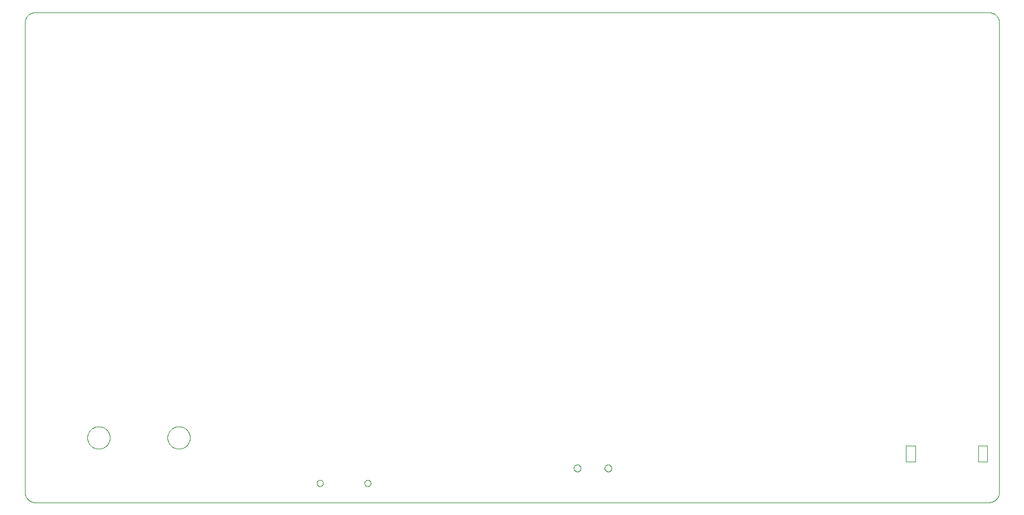
<source format=gko>
G75*
%MOIN*%
%OFA0B0*%
%FSLAX25Y25*%
%IPPOS*%
%LPD*%
%AMOC8*
5,1,8,0,0,1.08239X$1,22.5*
%
%ADD10C,0.00394*%
%ADD11C,0.00000*%
D10*
X0034258Y0154799D02*
X0569691Y0154799D01*
X0569843Y0154801D01*
X0569995Y0154807D01*
X0570147Y0154817D01*
X0570298Y0154830D01*
X0570449Y0154848D01*
X0570600Y0154869D01*
X0570750Y0154895D01*
X0570899Y0154924D01*
X0571048Y0154957D01*
X0571195Y0154994D01*
X0571342Y0155034D01*
X0571487Y0155079D01*
X0571631Y0155127D01*
X0571774Y0155179D01*
X0571916Y0155234D01*
X0572056Y0155293D01*
X0572195Y0155356D01*
X0572332Y0155422D01*
X0572467Y0155492D01*
X0572600Y0155565D01*
X0572731Y0155642D01*
X0572861Y0155722D01*
X0572988Y0155805D01*
X0573113Y0155891D01*
X0573236Y0155981D01*
X0573356Y0156074D01*
X0573474Y0156170D01*
X0573590Y0156269D01*
X0573703Y0156371D01*
X0573813Y0156475D01*
X0573921Y0156583D01*
X0574025Y0156693D01*
X0574127Y0156806D01*
X0574226Y0156922D01*
X0574322Y0157040D01*
X0574415Y0157160D01*
X0574505Y0157283D01*
X0574591Y0157408D01*
X0574674Y0157535D01*
X0574754Y0157665D01*
X0574831Y0157796D01*
X0574904Y0157929D01*
X0574974Y0158064D01*
X0575040Y0158201D01*
X0575103Y0158340D01*
X0575162Y0158480D01*
X0575217Y0158622D01*
X0575269Y0158765D01*
X0575317Y0158909D01*
X0575362Y0159054D01*
X0575402Y0159201D01*
X0575439Y0159348D01*
X0575472Y0159497D01*
X0575501Y0159646D01*
X0575527Y0159796D01*
X0575548Y0159947D01*
X0575566Y0160098D01*
X0575579Y0160249D01*
X0575589Y0160401D01*
X0575595Y0160553D01*
X0575597Y0160705D01*
X0575597Y0424484D01*
X0575595Y0424636D01*
X0575589Y0424788D01*
X0575579Y0424940D01*
X0575566Y0425091D01*
X0575548Y0425242D01*
X0575527Y0425393D01*
X0575501Y0425543D01*
X0575472Y0425692D01*
X0575439Y0425841D01*
X0575402Y0425988D01*
X0575362Y0426135D01*
X0575317Y0426280D01*
X0575269Y0426424D01*
X0575217Y0426567D01*
X0575162Y0426709D01*
X0575103Y0426849D01*
X0575040Y0426988D01*
X0574974Y0427125D01*
X0574904Y0427260D01*
X0574831Y0427393D01*
X0574754Y0427524D01*
X0574674Y0427654D01*
X0574591Y0427781D01*
X0574505Y0427906D01*
X0574415Y0428029D01*
X0574322Y0428149D01*
X0574226Y0428267D01*
X0574127Y0428383D01*
X0574025Y0428496D01*
X0573921Y0428606D01*
X0573813Y0428714D01*
X0573703Y0428818D01*
X0573590Y0428920D01*
X0573474Y0429019D01*
X0573356Y0429115D01*
X0573236Y0429208D01*
X0573113Y0429298D01*
X0572988Y0429384D01*
X0572861Y0429467D01*
X0572731Y0429547D01*
X0572600Y0429624D01*
X0572467Y0429697D01*
X0572332Y0429767D01*
X0572195Y0429833D01*
X0572056Y0429896D01*
X0571916Y0429955D01*
X0571774Y0430010D01*
X0571631Y0430062D01*
X0571487Y0430110D01*
X0571342Y0430155D01*
X0571195Y0430195D01*
X0571048Y0430232D01*
X0570899Y0430265D01*
X0570750Y0430294D01*
X0570600Y0430320D01*
X0570449Y0430341D01*
X0570298Y0430359D01*
X0570147Y0430372D01*
X0569995Y0430382D01*
X0569843Y0430388D01*
X0569691Y0430390D01*
X0034258Y0430390D01*
X0034106Y0430388D01*
X0033954Y0430382D01*
X0033802Y0430372D01*
X0033651Y0430359D01*
X0033500Y0430341D01*
X0033349Y0430320D01*
X0033199Y0430294D01*
X0033050Y0430265D01*
X0032901Y0430232D01*
X0032754Y0430195D01*
X0032607Y0430155D01*
X0032462Y0430110D01*
X0032318Y0430062D01*
X0032175Y0430010D01*
X0032033Y0429955D01*
X0031893Y0429896D01*
X0031754Y0429833D01*
X0031617Y0429767D01*
X0031482Y0429697D01*
X0031349Y0429624D01*
X0031218Y0429547D01*
X0031088Y0429467D01*
X0030961Y0429384D01*
X0030836Y0429298D01*
X0030713Y0429208D01*
X0030593Y0429115D01*
X0030475Y0429019D01*
X0030359Y0428920D01*
X0030246Y0428818D01*
X0030136Y0428714D01*
X0030028Y0428606D01*
X0029924Y0428496D01*
X0029822Y0428383D01*
X0029723Y0428267D01*
X0029627Y0428149D01*
X0029534Y0428029D01*
X0029444Y0427906D01*
X0029358Y0427781D01*
X0029275Y0427654D01*
X0029195Y0427524D01*
X0029118Y0427393D01*
X0029045Y0427260D01*
X0028975Y0427125D01*
X0028909Y0426988D01*
X0028846Y0426849D01*
X0028787Y0426709D01*
X0028732Y0426567D01*
X0028680Y0426424D01*
X0028632Y0426280D01*
X0028587Y0426135D01*
X0028547Y0425988D01*
X0028510Y0425841D01*
X0028477Y0425692D01*
X0028448Y0425543D01*
X0028422Y0425393D01*
X0028401Y0425242D01*
X0028383Y0425091D01*
X0028370Y0424940D01*
X0028360Y0424788D01*
X0028354Y0424636D01*
X0028352Y0424484D01*
X0028353Y0424484D02*
X0028353Y0160705D01*
X0028352Y0160705D02*
X0028354Y0160553D01*
X0028360Y0160401D01*
X0028370Y0160249D01*
X0028383Y0160098D01*
X0028401Y0159947D01*
X0028422Y0159796D01*
X0028448Y0159646D01*
X0028477Y0159497D01*
X0028510Y0159348D01*
X0028547Y0159201D01*
X0028587Y0159054D01*
X0028632Y0158909D01*
X0028680Y0158765D01*
X0028732Y0158622D01*
X0028787Y0158480D01*
X0028846Y0158340D01*
X0028909Y0158201D01*
X0028975Y0158064D01*
X0029045Y0157929D01*
X0029118Y0157796D01*
X0029195Y0157665D01*
X0029275Y0157535D01*
X0029358Y0157408D01*
X0029444Y0157283D01*
X0029534Y0157160D01*
X0029627Y0157040D01*
X0029723Y0156922D01*
X0029822Y0156806D01*
X0029924Y0156693D01*
X0030028Y0156583D01*
X0030136Y0156475D01*
X0030246Y0156371D01*
X0030359Y0156269D01*
X0030475Y0156170D01*
X0030593Y0156074D01*
X0030713Y0155981D01*
X0030836Y0155891D01*
X0030961Y0155805D01*
X0031088Y0155722D01*
X0031218Y0155642D01*
X0031349Y0155565D01*
X0031482Y0155492D01*
X0031617Y0155422D01*
X0031754Y0155356D01*
X0031893Y0155293D01*
X0032033Y0155234D01*
X0032175Y0155179D01*
X0032318Y0155127D01*
X0032462Y0155079D01*
X0032607Y0155034D01*
X0032754Y0154994D01*
X0032901Y0154957D01*
X0033050Y0154924D01*
X0033199Y0154895D01*
X0033349Y0154869D01*
X0033500Y0154848D01*
X0033651Y0154830D01*
X0033802Y0154817D01*
X0033954Y0154807D01*
X0034106Y0154801D01*
X0034258Y0154799D01*
X0523235Y0177634D02*
X0528353Y0177634D01*
X0528353Y0186689D01*
X0523235Y0186689D01*
X0523235Y0177634D01*
X0563786Y0177634D02*
X0568904Y0177634D01*
X0568904Y0186689D01*
X0563786Y0186689D01*
X0563786Y0177634D01*
D11*
X0353943Y0174091D02*
X0353945Y0174179D01*
X0353951Y0174267D01*
X0353961Y0174355D01*
X0353975Y0174443D01*
X0353992Y0174529D01*
X0354014Y0174615D01*
X0354039Y0174699D01*
X0354069Y0174783D01*
X0354101Y0174865D01*
X0354138Y0174945D01*
X0354178Y0175024D01*
X0354222Y0175101D01*
X0354269Y0175176D01*
X0354319Y0175248D01*
X0354373Y0175319D01*
X0354429Y0175386D01*
X0354489Y0175452D01*
X0354551Y0175514D01*
X0354617Y0175574D01*
X0354684Y0175630D01*
X0354755Y0175684D01*
X0354827Y0175734D01*
X0354902Y0175781D01*
X0354979Y0175825D01*
X0355058Y0175865D01*
X0355138Y0175902D01*
X0355220Y0175934D01*
X0355304Y0175964D01*
X0355388Y0175989D01*
X0355474Y0176011D01*
X0355560Y0176028D01*
X0355648Y0176042D01*
X0355736Y0176052D01*
X0355824Y0176058D01*
X0355912Y0176060D01*
X0356000Y0176058D01*
X0356088Y0176052D01*
X0356176Y0176042D01*
X0356264Y0176028D01*
X0356350Y0176011D01*
X0356436Y0175989D01*
X0356520Y0175964D01*
X0356604Y0175934D01*
X0356686Y0175902D01*
X0356766Y0175865D01*
X0356845Y0175825D01*
X0356922Y0175781D01*
X0356997Y0175734D01*
X0357069Y0175684D01*
X0357140Y0175630D01*
X0357207Y0175574D01*
X0357273Y0175514D01*
X0357335Y0175452D01*
X0357395Y0175386D01*
X0357451Y0175319D01*
X0357505Y0175248D01*
X0357555Y0175176D01*
X0357602Y0175101D01*
X0357646Y0175024D01*
X0357686Y0174945D01*
X0357723Y0174865D01*
X0357755Y0174783D01*
X0357785Y0174699D01*
X0357810Y0174615D01*
X0357832Y0174529D01*
X0357849Y0174443D01*
X0357863Y0174355D01*
X0357873Y0174267D01*
X0357879Y0174179D01*
X0357881Y0174091D01*
X0357879Y0174003D01*
X0357873Y0173915D01*
X0357863Y0173827D01*
X0357849Y0173739D01*
X0357832Y0173653D01*
X0357810Y0173567D01*
X0357785Y0173483D01*
X0357755Y0173399D01*
X0357723Y0173317D01*
X0357686Y0173237D01*
X0357646Y0173158D01*
X0357602Y0173081D01*
X0357555Y0173006D01*
X0357505Y0172934D01*
X0357451Y0172863D01*
X0357395Y0172796D01*
X0357335Y0172730D01*
X0357273Y0172668D01*
X0357207Y0172608D01*
X0357140Y0172552D01*
X0357069Y0172498D01*
X0356997Y0172448D01*
X0356922Y0172401D01*
X0356845Y0172357D01*
X0356766Y0172317D01*
X0356686Y0172280D01*
X0356604Y0172248D01*
X0356520Y0172218D01*
X0356436Y0172193D01*
X0356350Y0172171D01*
X0356264Y0172154D01*
X0356176Y0172140D01*
X0356088Y0172130D01*
X0356000Y0172124D01*
X0355912Y0172122D01*
X0355824Y0172124D01*
X0355736Y0172130D01*
X0355648Y0172140D01*
X0355560Y0172154D01*
X0355474Y0172171D01*
X0355388Y0172193D01*
X0355304Y0172218D01*
X0355220Y0172248D01*
X0355138Y0172280D01*
X0355058Y0172317D01*
X0354979Y0172357D01*
X0354902Y0172401D01*
X0354827Y0172448D01*
X0354755Y0172498D01*
X0354684Y0172552D01*
X0354617Y0172608D01*
X0354551Y0172668D01*
X0354489Y0172730D01*
X0354429Y0172796D01*
X0354373Y0172863D01*
X0354319Y0172934D01*
X0354269Y0173006D01*
X0354222Y0173081D01*
X0354178Y0173158D01*
X0354138Y0173237D01*
X0354101Y0173317D01*
X0354069Y0173399D01*
X0354039Y0173483D01*
X0354014Y0173567D01*
X0353992Y0173653D01*
X0353975Y0173739D01*
X0353961Y0173827D01*
X0353951Y0173915D01*
X0353945Y0174003D01*
X0353943Y0174091D01*
X0336620Y0174091D02*
X0336622Y0174179D01*
X0336628Y0174267D01*
X0336638Y0174355D01*
X0336652Y0174443D01*
X0336669Y0174529D01*
X0336691Y0174615D01*
X0336716Y0174699D01*
X0336746Y0174783D01*
X0336778Y0174865D01*
X0336815Y0174945D01*
X0336855Y0175024D01*
X0336899Y0175101D01*
X0336946Y0175176D01*
X0336996Y0175248D01*
X0337050Y0175319D01*
X0337106Y0175386D01*
X0337166Y0175452D01*
X0337228Y0175514D01*
X0337294Y0175574D01*
X0337361Y0175630D01*
X0337432Y0175684D01*
X0337504Y0175734D01*
X0337579Y0175781D01*
X0337656Y0175825D01*
X0337735Y0175865D01*
X0337815Y0175902D01*
X0337897Y0175934D01*
X0337981Y0175964D01*
X0338065Y0175989D01*
X0338151Y0176011D01*
X0338237Y0176028D01*
X0338325Y0176042D01*
X0338413Y0176052D01*
X0338501Y0176058D01*
X0338589Y0176060D01*
X0338677Y0176058D01*
X0338765Y0176052D01*
X0338853Y0176042D01*
X0338941Y0176028D01*
X0339027Y0176011D01*
X0339113Y0175989D01*
X0339197Y0175964D01*
X0339281Y0175934D01*
X0339363Y0175902D01*
X0339443Y0175865D01*
X0339522Y0175825D01*
X0339599Y0175781D01*
X0339674Y0175734D01*
X0339746Y0175684D01*
X0339817Y0175630D01*
X0339884Y0175574D01*
X0339950Y0175514D01*
X0340012Y0175452D01*
X0340072Y0175386D01*
X0340128Y0175319D01*
X0340182Y0175248D01*
X0340232Y0175176D01*
X0340279Y0175101D01*
X0340323Y0175024D01*
X0340363Y0174945D01*
X0340400Y0174865D01*
X0340432Y0174783D01*
X0340462Y0174699D01*
X0340487Y0174615D01*
X0340509Y0174529D01*
X0340526Y0174443D01*
X0340540Y0174355D01*
X0340550Y0174267D01*
X0340556Y0174179D01*
X0340558Y0174091D01*
X0340556Y0174003D01*
X0340550Y0173915D01*
X0340540Y0173827D01*
X0340526Y0173739D01*
X0340509Y0173653D01*
X0340487Y0173567D01*
X0340462Y0173483D01*
X0340432Y0173399D01*
X0340400Y0173317D01*
X0340363Y0173237D01*
X0340323Y0173158D01*
X0340279Y0173081D01*
X0340232Y0173006D01*
X0340182Y0172934D01*
X0340128Y0172863D01*
X0340072Y0172796D01*
X0340012Y0172730D01*
X0339950Y0172668D01*
X0339884Y0172608D01*
X0339817Y0172552D01*
X0339746Y0172498D01*
X0339674Y0172448D01*
X0339599Y0172401D01*
X0339522Y0172357D01*
X0339443Y0172317D01*
X0339363Y0172280D01*
X0339281Y0172248D01*
X0339197Y0172218D01*
X0339113Y0172193D01*
X0339027Y0172171D01*
X0338941Y0172154D01*
X0338853Y0172140D01*
X0338765Y0172130D01*
X0338677Y0172124D01*
X0338589Y0172122D01*
X0338501Y0172124D01*
X0338413Y0172130D01*
X0338325Y0172140D01*
X0338237Y0172154D01*
X0338151Y0172171D01*
X0338065Y0172193D01*
X0337981Y0172218D01*
X0337897Y0172248D01*
X0337815Y0172280D01*
X0337735Y0172317D01*
X0337656Y0172357D01*
X0337579Y0172401D01*
X0337504Y0172448D01*
X0337432Y0172498D01*
X0337361Y0172552D01*
X0337294Y0172608D01*
X0337228Y0172668D01*
X0337166Y0172730D01*
X0337106Y0172796D01*
X0337050Y0172863D01*
X0336996Y0172934D01*
X0336946Y0173006D01*
X0336899Y0173081D01*
X0336855Y0173158D01*
X0336815Y0173237D01*
X0336778Y0173317D01*
X0336746Y0173399D01*
X0336716Y0173483D01*
X0336691Y0173567D01*
X0336669Y0173653D01*
X0336652Y0173739D01*
X0336638Y0173827D01*
X0336628Y0173915D01*
X0336622Y0174003D01*
X0336620Y0174091D01*
X0219101Y0165626D02*
X0219103Y0165710D01*
X0219109Y0165793D01*
X0219119Y0165876D01*
X0219133Y0165959D01*
X0219150Y0166041D01*
X0219172Y0166122D01*
X0219197Y0166201D01*
X0219226Y0166280D01*
X0219259Y0166357D01*
X0219295Y0166432D01*
X0219335Y0166506D01*
X0219378Y0166578D01*
X0219425Y0166647D01*
X0219475Y0166714D01*
X0219528Y0166779D01*
X0219584Y0166841D01*
X0219642Y0166901D01*
X0219704Y0166958D01*
X0219768Y0167011D01*
X0219835Y0167062D01*
X0219904Y0167109D01*
X0219975Y0167154D01*
X0220048Y0167194D01*
X0220123Y0167231D01*
X0220200Y0167265D01*
X0220278Y0167295D01*
X0220357Y0167321D01*
X0220438Y0167344D01*
X0220520Y0167362D01*
X0220602Y0167377D01*
X0220685Y0167388D01*
X0220768Y0167395D01*
X0220852Y0167398D01*
X0220936Y0167397D01*
X0221019Y0167392D01*
X0221103Y0167383D01*
X0221185Y0167370D01*
X0221267Y0167354D01*
X0221348Y0167333D01*
X0221429Y0167309D01*
X0221507Y0167281D01*
X0221585Y0167249D01*
X0221661Y0167213D01*
X0221735Y0167174D01*
X0221807Y0167132D01*
X0221877Y0167086D01*
X0221945Y0167037D01*
X0222010Y0166985D01*
X0222073Y0166930D01*
X0222133Y0166872D01*
X0222191Y0166811D01*
X0222245Y0166747D01*
X0222297Y0166681D01*
X0222345Y0166613D01*
X0222390Y0166542D01*
X0222431Y0166469D01*
X0222470Y0166395D01*
X0222504Y0166319D01*
X0222535Y0166241D01*
X0222562Y0166162D01*
X0222586Y0166081D01*
X0222605Y0166000D01*
X0222621Y0165918D01*
X0222633Y0165835D01*
X0222641Y0165751D01*
X0222645Y0165668D01*
X0222645Y0165584D01*
X0222641Y0165501D01*
X0222633Y0165417D01*
X0222621Y0165334D01*
X0222605Y0165252D01*
X0222586Y0165171D01*
X0222562Y0165090D01*
X0222535Y0165011D01*
X0222504Y0164933D01*
X0222470Y0164857D01*
X0222431Y0164783D01*
X0222390Y0164710D01*
X0222345Y0164639D01*
X0222297Y0164571D01*
X0222245Y0164505D01*
X0222191Y0164441D01*
X0222133Y0164380D01*
X0222073Y0164322D01*
X0222010Y0164267D01*
X0221945Y0164215D01*
X0221877Y0164166D01*
X0221807Y0164120D01*
X0221735Y0164078D01*
X0221661Y0164039D01*
X0221585Y0164003D01*
X0221507Y0163971D01*
X0221429Y0163943D01*
X0221348Y0163919D01*
X0221267Y0163898D01*
X0221185Y0163882D01*
X0221103Y0163869D01*
X0221019Y0163860D01*
X0220936Y0163855D01*
X0220852Y0163854D01*
X0220768Y0163857D01*
X0220685Y0163864D01*
X0220602Y0163875D01*
X0220520Y0163890D01*
X0220438Y0163908D01*
X0220357Y0163931D01*
X0220278Y0163957D01*
X0220200Y0163987D01*
X0220123Y0164021D01*
X0220048Y0164058D01*
X0219975Y0164098D01*
X0219904Y0164143D01*
X0219835Y0164190D01*
X0219768Y0164241D01*
X0219704Y0164294D01*
X0219642Y0164351D01*
X0219584Y0164411D01*
X0219528Y0164473D01*
X0219475Y0164538D01*
X0219425Y0164605D01*
X0219378Y0164674D01*
X0219335Y0164746D01*
X0219295Y0164820D01*
X0219259Y0164895D01*
X0219226Y0164972D01*
X0219197Y0165051D01*
X0219172Y0165130D01*
X0219150Y0165211D01*
X0219133Y0165293D01*
X0219119Y0165376D01*
X0219109Y0165459D01*
X0219103Y0165542D01*
X0219101Y0165626D01*
X0192329Y0165626D02*
X0192331Y0165710D01*
X0192337Y0165793D01*
X0192347Y0165876D01*
X0192361Y0165959D01*
X0192378Y0166041D01*
X0192400Y0166122D01*
X0192425Y0166201D01*
X0192454Y0166280D01*
X0192487Y0166357D01*
X0192523Y0166432D01*
X0192563Y0166506D01*
X0192606Y0166578D01*
X0192653Y0166647D01*
X0192703Y0166714D01*
X0192756Y0166779D01*
X0192812Y0166841D01*
X0192870Y0166901D01*
X0192932Y0166958D01*
X0192996Y0167011D01*
X0193063Y0167062D01*
X0193132Y0167109D01*
X0193203Y0167154D01*
X0193276Y0167194D01*
X0193351Y0167231D01*
X0193428Y0167265D01*
X0193506Y0167295D01*
X0193585Y0167321D01*
X0193666Y0167344D01*
X0193748Y0167362D01*
X0193830Y0167377D01*
X0193913Y0167388D01*
X0193996Y0167395D01*
X0194080Y0167398D01*
X0194164Y0167397D01*
X0194247Y0167392D01*
X0194331Y0167383D01*
X0194413Y0167370D01*
X0194495Y0167354D01*
X0194576Y0167333D01*
X0194657Y0167309D01*
X0194735Y0167281D01*
X0194813Y0167249D01*
X0194889Y0167213D01*
X0194963Y0167174D01*
X0195035Y0167132D01*
X0195105Y0167086D01*
X0195173Y0167037D01*
X0195238Y0166985D01*
X0195301Y0166930D01*
X0195361Y0166872D01*
X0195419Y0166811D01*
X0195473Y0166747D01*
X0195525Y0166681D01*
X0195573Y0166613D01*
X0195618Y0166542D01*
X0195659Y0166469D01*
X0195698Y0166395D01*
X0195732Y0166319D01*
X0195763Y0166241D01*
X0195790Y0166162D01*
X0195814Y0166081D01*
X0195833Y0166000D01*
X0195849Y0165918D01*
X0195861Y0165835D01*
X0195869Y0165751D01*
X0195873Y0165668D01*
X0195873Y0165584D01*
X0195869Y0165501D01*
X0195861Y0165417D01*
X0195849Y0165334D01*
X0195833Y0165252D01*
X0195814Y0165171D01*
X0195790Y0165090D01*
X0195763Y0165011D01*
X0195732Y0164933D01*
X0195698Y0164857D01*
X0195659Y0164783D01*
X0195618Y0164710D01*
X0195573Y0164639D01*
X0195525Y0164571D01*
X0195473Y0164505D01*
X0195419Y0164441D01*
X0195361Y0164380D01*
X0195301Y0164322D01*
X0195238Y0164267D01*
X0195173Y0164215D01*
X0195105Y0164166D01*
X0195035Y0164120D01*
X0194963Y0164078D01*
X0194889Y0164039D01*
X0194813Y0164003D01*
X0194735Y0163971D01*
X0194657Y0163943D01*
X0194576Y0163919D01*
X0194495Y0163898D01*
X0194413Y0163882D01*
X0194331Y0163869D01*
X0194247Y0163860D01*
X0194164Y0163855D01*
X0194080Y0163854D01*
X0193996Y0163857D01*
X0193913Y0163864D01*
X0193830Y0163875D01*
X0193748Y0163890D01*
X0193666Y0163908D01*
X0193585Y0163931D01*
X0193506Y0163957D01*
X0193428Y0163987D01*
X0193351Y0164021D01*
X0193276Y0164058D01*
X0193203Y0164098D01*
X0193132Y0164143D01*
X0193063Y0164190D01*
X0192996Y0164241D01*
X0192932Y0164294D01*
X0192870Y0164351D01*
X0192812Y0164411D01*
X0192756Y0164473D01*
X0192703Y0164538D01*
X0192653Y0164605D01*
X0192606Y0164674D01*
X0192563Y0164746D01*
X0192523Y0164820D01*
X0192487Y0164895D01*
X0192454Y0164972D01*
X0192425Y0165051D01*
X0192400Y0165130D01*
X0192378Y0165211D01*
X0192361Y0165293D01*
X0192347Y0165376D01*
X0192337Y0165459D01*
X0192331Y0165542D01*
X0192329Y0165626D01*
X0108530Y0191217D02*
X0108532Y0191375D01*
X0108538Y0191533D01*
X0108548Y0191691D01*
X0108562Y0191849D01*
X0108580Y0192006D01*
X0108601Y0192163D01*
X0108627Y0192319D01*
X0108657Y0192475D01*
X0108690Y0192630D01*
X0108728Y0192783D01*
X0108769Y0192936D01*
X0108814Y0193088D01*
X0108863Y0193239D01*
X0108916Y0193388D01*
X0108972Y0193536D01*
X0109032Y0193682D01*
X0109096Y0193827D01*
X0109164Y0193970D01*
X0109235Y0194112D01*
X0109309Y0194252D01*
X0109387Y0194389D01*
X0109469Y0194525D01*
X0109553Y0194659D01*
X0109642Y0194790D01*
X0109733Y0194919D01*
X0109828Y0195046D01*
X0109925Y0195171D01*
X0110026Y0195293D01*
X0110130Y0195412D01*
X0110237Y0195529D01*
X0110347Y0195643D01*
X0110460Y0195754D01*
X0110575Y0195863D01*
X0110693Y0195968D01*
X0110814Y0196070D01*
X0110937Y0196170D01*
X0111063Y0196266D01*
X0111191Y0196359D01*
X0111321Y0196449D01*
X0111454Y0196535D01*
X0111589Y0196619D01*
X0111725Y0196698D01*
X0111864Y0196775D01*
X0112005Y0196847D01*
X0112147Y0196917D01*
X0112291Y0196982D01*
X0112437Y0197044D01*
X0112584Y0197102D01*
X0112733Y0197157D01*
X0112883Y0197208D01*
X0113034Y0197255D01*
X0113186Y0197298D01*
X0113339Y0197337D01*
X0113494Y0197373D01*
X0113649Y0197404D01*
X0113805Y0197432D01*
X0113961Y0197456D01*
X0114118Y0197476D01*
X0114276Y0197492D01*
X0114433Y0197504D01*
X0114592Y0197512D01*
X0114750Y0197516D01*
X0114908Y0197516D01*
X0115066Y0197512D01*
X0115225Y0197504D01*
X0115382Y0197492D01*
X0115540Y0197476D01*
X0115697Y0197456D01*
X0115853Y0197432D01*
X0116009Y0197404D01*
X0116164Y0197373D01*
X0116319Y0197337D01*
X0116472Y0197298D01*
X0116624Y0197255D01*
X0116775Y0197208D01*
X0116925Y0197157D01*
X0117074Y0197102D01*
X0117221Y0197044D01*
X0117367Y0196982D01*
X0117511Y0196917D01*
X0117653Y0196847D01*
X0117794Y0196775D01*
X0117933Y0196698D01*
X0118069Y0196619D01*
X0118204Y0196535D01*
X0118337Y0196449D01*
X0118467Y0196359D01*
X0118595Y0196266D01*
X0118721Y0196170D01*
X0118844Y0196070D01*
X0118965Y0195968D01*
X0119083Y0195863D01*
X0119198Y0195754D01*
X0119311Y0195643D01*
X0119421Y0195529D01*
X0119528Y0195412D01*
X0119632Y0195293D01*
X0119733Y0195171D01*
X0119830Y0195046D01*
X0119925Y0194919D01*
X0120016Y0194790D01*
X0120105Y0194659D01*
X0120189Y0194525D01*
X0120271Y0194389D01*
X0120349Y0194252D01*
X0120423Y0194112D01*
X0120494Y0193970D01*
X0120562Y0193827D01*
X0120626Y0193682D01*
X0120686Y0193536D01*
X0120742Y0193388D01*
X0120795Y0193239D01*
X0120844Y0193088D01*
X0120889Y0192936D01*
X0120930Y0192783D01*
X0120968Y0192630D01*
X0121001Y0192475D01*
X0121031Y0192319D01*
X0121057Y0192163D01*
X0121078Y0192006D01*
X0121096Y0191849D01*
X0121110Y0191691D01*
X0121120Y0191533D01*
X0121126Y0191375D01*
X0121128Y0191217D01*
X0121126Y0191059D01*
X0121120Y0190901D01*
X0121110Y0190743D01*
X0121096Y0190585D01*
X0121078Y0190428D01*
X0121057Y0190271D01*
X0121031Y0190115D01*
X0121001Y0189959D01*
X0120968Y0189804D01*
X0120930Y0189651D01*
X0120889Y0189498D01*
X0120844Y0189346D01*
X0120795Y0189195D01*
X0120742Y0189046D01*
X0120686Y0188898D01*
X0120626Y0188752D01*
X0120562Y0188607D01*
X0120494Y0188464D01*
X0120423Y0188322D01*
X0120349Y0188182D01*
X0120271Y0188045D01*
X0120189Y0187909D01*
X0120105Y0187775D01*
X0120016Y0187644D01*
X0119925Y0187515D01*
X0119830Y0187388D01*
X0119733Y0187263D01*
X0119632Y0187141D01*
X0119528Y0187022D01*
X0119421Y0186905D01*
X0119311Y0186791D01*
X0119198Y0186680D01*
X0119083Y0186571D01*
X0118965Y0186466D01*
X0118844Y0186364D01*
X0118721Y0186264D01*
X0118595Y0186168D01*
X0118467Y0186075D01*
X0118337Y0185985D01*
X0118204Y0185899D01*
X0118069Y0185815D01*
X0117933Y0185736D01*
X0117794Y0185659D01*
X0117653Y0185587D01*
X0117511Y0185517D01*
X0117367Y0185452D01*
X0117221Y0185390D01*
X0117074Y0185332D01*
X0116925Y0185277D01*
X0116775Y0185226D01*
X0116624Y0185179D01*
X0116472Y0185136D01*
X0116319Y0185097D01*
X0116164Y0185061D01*
X0116009Y0185030D01*
X0115853Y0185002D01*
X0115697Y0184978D01*
X0115540Y0184958D01*
X0115382Y0184942D01*
X0115225Y0184930D01*
X0115066Y0184922D01*
X0114908Y0184918D01*
X0114750Y0184918D01*
X0114592Y0184922D01*
X0114433Y0184930D01*
X0114276Y0184942D01*
X0114118Y0184958D01*
X0113961Y0184978D01*
X0113805Y0185002D01*
X0113649Y0185030D01*
X0113494Y0185061D01*
X0113339Y0185097D01*
X0113186Y0185136D01*
X0113034Y0185179D01*
X0112883Y0185226D01*
X0112733Y0185277D01*
X0112584Y0185332D01*
X0112437Y0185390D01*
X0112291Y0185452D01*
X0112147Y0185517D01*
X0112005Y0185587D01*
X0111864Y0185659D01*
X0111725Y0185736D01*
X0111589Y0185815D01*
X0111454Y0185899D01*
X0111321Y0185985D01*
X0111191Y0186075D01*
X0111063Y0186168D01*
X0110937Y0186264D01*
X0110814Y0186364D01*
X0110693Y0186466D01*
X0110575Y0186571D01*
X0110460Y0186680D01*
X0110347Y0186791D01*
X0110237Y0186905D01*
X0110130Y0187022D01*
X0110026Y0187141D01*
X0109925Y0187263D01*
X0109828Y0187388D01*
X0109733Y0187515D01*
X0109642Y0187644D01*
X0109553Y0187775D01*
X0109469Y0187909D01*
X0109387Y0188045D01*
X0109309Y0188182D01*
X0109235Y0188322D01*
X0109164Y0188464D01*
X0109096Y0188607D01*
X0109032Y0188752D01*
X0108972Y0188898D01*
X0108916Y0189046D01*
X0108863Y0189195D01*
X0108814Y0189346D01*
X0108769Y0189498D01*
X0108728Y0189651D01*
X0108690Y0189804D01*
X0108657Y0189959D01*
X0108627Y0190115D01*
X0108601Y0190271D01*
X0108580Y0190428D01*
X0108562Y0190585D01*
X0108548Y0190743D01*
X0108538Y0190901D01*
X0108532Y0191059D01*
X0108530Y0191217D01*
X0063530Y0191217D02*
X0063532Y0191375D01*
X0063538Y0191533D01*
X0063548Y0191691D01*
X0063562Y0191849D01*
X0063580Y0192006D01*
X0063601Y0192163D01*
X0063627Y0192319D01*
X0063657Y0192475D01*
X0063690Y0192630D01*
X0063728Y0192783D01*
X0063769Y0192936D01*
X0063814Y0193088D01*
X0063863Y0193239D01*
X0063916Y0193388D01*
X0063972Y0193536D01*
X0064032Y0193682D01*
X0064096Y0193827D01*
X0064164Y0193970D01*
X0064235Y0194112D01*
X0064309Y0194252D01*
X0064387Y0194389D01*
X0064469Y0194525D01*
X0064553Y0194659D01*
X0064642Y0194790D01*
X0064733Y0194919D01*
X0064828Y0195046D01*
X0064925Y0195171D01*
X0065026Y0195293D01*
X0065130Y0195412D01*
X0065237Y0195529D01*
X0065347Y0195643D01*
X0065460Y0195754D01*
X0065575Y0195863D01*
X0065693Y0195968D01*
X0065814Y0196070D01*
X0065937Y0196170D01*
X0066063Y0196266D01*
X0066191Y0196359D01*
X0066321Y0196449D01*
X0066454Y0196535D01*
X0066589Y0196619D01*
X0066725Y0196698D01*
X0066864Y0196775D01*
X0067005Y0196847D01*
X0067147Y0196917D01*
X0067291Y0196982D01*
X0067437Y0197044D01*
X0067584Y0197102D01*
X0067733Y0197157D01*
X0067883Y0197208D01*
X0068034Y0197255D01*
X0068186Y0197298D01*
X0068339Y0197337D01*
X0068494Y0197373D01*
X0068649Y0197404D01*
X0068805Y0197432D01*
X0068961Y0197456D01*
X0069118Y0197476D01*
X0069276Y0197492D01*
X0069433Y0197504D01*
X0069592Y0197512D01*
X0069750Y0197516D01*
X0069908Y0197516D01*
X0070066Y0197512D01*
X0070225Y0197504D01*
X0070382Y0197492D01*
X0070540Y0197476D01*
X0070697Y0197456D01*
X0070853Y0197432D01*
X0071009Y0197404D01*
X0071164Y0197373D01*
X0071319Y0197337D01*
X0071472Y0197298D01*
X0071624Y0197255D01*
X0071775Y0197208D01*
X0071925Y0197157D01*
X0072074Y0197102D01*
X0072221Y0197044D01*
X0072367Y0196982D01*
X0072511Y0196917D01*
X0072653Y0196847D01*
X0072794Y0196775D01*
X0072933Y0196698D01*
X0073069Y0196619D01*
X0073204Y0196535D01*
X0073337Y0196449D01*
X0073467Y0196359D01*
X0073595Y0196266D01*
X0073721Y0196170D01*
X0073844Y0196070D01*
X0073965Y0195968D01*
X0074083Y0195863D01*
X0074198Y0195754D01*
X0074311Y0195643D01*
X0074421Y0195529D01*
X0074528Y0195412D01*
X0074632Y0195293D01*
X0074733Y0195171D01*
X0074830Y0195046D01*
X0074925Y0194919D01*
X0075016Y0194790D01*
X0075105Y0194659D01*
X0075189Y0194525D01*
X0075271Y0194389D01*
X0075349Y0194252D01*
X0075423Y0194112D01*
X0075494Y0193970D01*
X0075562Y0193827D01*
X0075626Y0193682D01*
X0075686Y0193536D01*
X0075742Y0193388D01*
X0075795Y0193239D01*
X0075844Y0193088D01*
X0075889Y0192936D01*
X0075930Y0192783D01*
X0075968Y0192630D01*
X0076001Y0192475D01*
X0076031Y0192319D01*
X0076057Y0192163D01*
X0076078Y0192006D01*
X0076096Y0191849D01*
X0076110Y0191691D01*
X0076120Y0191533D01*
X0076126Y0191375D01*
X0076128Y0191217D01*
X0076126Y0191059D01*
X0076120Y0190901D01*
X0076110Y0190743D01*
X0076096Y0190585D01*
X0076078Y0190428D01*
X0076057Y0190271D01*
X0076031Y0190115D01*
X0076001Y0189959D01*
X0075968Y0189804D01*
X0075930Y0189651D01*
X0075889Y0189498D01*
X0075844Y0189346D01*
X0075795Y0189195D01*
X0075742Y0189046D01*
X0075686Y0188898D01*
X0075626Y0188752D01*
X0075562Y0188607D01*
X0075494Y0188464D01*
X0075423Y0188322D01*
X0075349Y0188182D01*
X0075271Y0188045D01*
X0075189Y0187909D01*
X0075105Y0187775D01*
X0075016Y0187644D01*
X0074925Y0187515D01*
X0074830Y0187388D01*
X0074733Y0187263D01*
X0074632Y0187141D01*
X0074528Y0187022D01*
X0074421Y0186905D01*
X0074311Y0186791D01*
X0074198Y0186680D01*
X0074083Y0186571D01*
X0073965Y0186466D01*
X0073844Y0186364D01*
X0073721Y0186264D01*
X0073595Y0186168D01*
X0073467Y0186075D01*
X0073337Y0185985D01*
X0073204Y0185899D01*
X0073069Y0185815D01*
X0072933Y0185736D01*
X0072794Y0185659D01*
X0072653Y0185587D01*
X0072511Y0185517D01*
X0072367Y0185452D01*
X0072221Y0185390D01*
X0072074Y0185332D01*
X0071925Y0185277D01*
X0071775Y0185226D01*
X0071624Y0185179D01*
X0071472Y0185136D01*
X0071319Y0185097D01*
X0071164Y0185061D01*
X0071009Y0185030D01*
X0070853Y0185002D01*
X0070697Y0184978D01*
X0070540Y0184958D01*
X0070382Y0184942D01*
X0070225Y0184930D01*
X0070066Y0184922D01*
X0069908Y0184918D01*
X0069750Y0184918D01*
X0069592Y0184922D01*
X0069433Y0184930D01*
X0069276Y0184942D01*
X0069118Y0184958D01*
X0068961Y0184978D01*
X0068805Y0185002D01*
X0068649Y0185030D01*
X0068494Y0185061D01*
X0068339Y0185097D01*
X0068186Y0185136D01*
X0068034Y0185179D01*
X0067883Y0185226D01*
X0067733Y0185277D01*
X0067584Y0185332D01*
X0067437Y0185390D01*
X0067291Y0185452D01*
X0067147Y0185517D01*
X0067005Y0185587D01*
X0066864Y0185659D01*
X0066725Y0185736D01*
X0066589Y0185815D01*
X0066454Y0185899D01*
X0066321Y0185985D01*
X0066191Y0186075D01*
X0066063Y0186168D01*
X0065937Y0186264D01*
X0065814Y0186364D01*
X0065693Y0186466D01*
X0065575Y0186571D01*
X0065460Y0186680D01*
X0065347Y0186791D01*
X0065237Y0186905D01*
X0065130Y0187022D01*
X0065026Y0187141D01*
X0064925Y0187263D01*
X0064828Y0187388D01*
X0064733Y0187515D01*
X0064642Y0187644D01*
X0064553Y0187775D01*
X0064469Y0187909D01*
X0064387Y0188045D01*
X0064309Y0188182D01*
X0064235Y0188322D01*
X0064164Y0188464D01*
X0064096Y0188607D01*
X0064032Y0188752D01*
X0063972Y0188898D01*
X0063916Y0189046D01*
X0063863Y0189195D01*
X0063814Y0189346D01*
X0063769Y0189498D01*
X0063728Y0189651D01*
X0063690Y0189804D01*
X0063657Y0189959D01*
X0063627Y0190115D01*
X0063601Y0190271D01*
X0063580Y0190428D01*
X0063562Y0190585D01*
X0063548Y0190743D01*
X0063538Y0190901D01*
X0063532Y0191059D01*
X0063530Y0191217D01*
M02*

</source>
